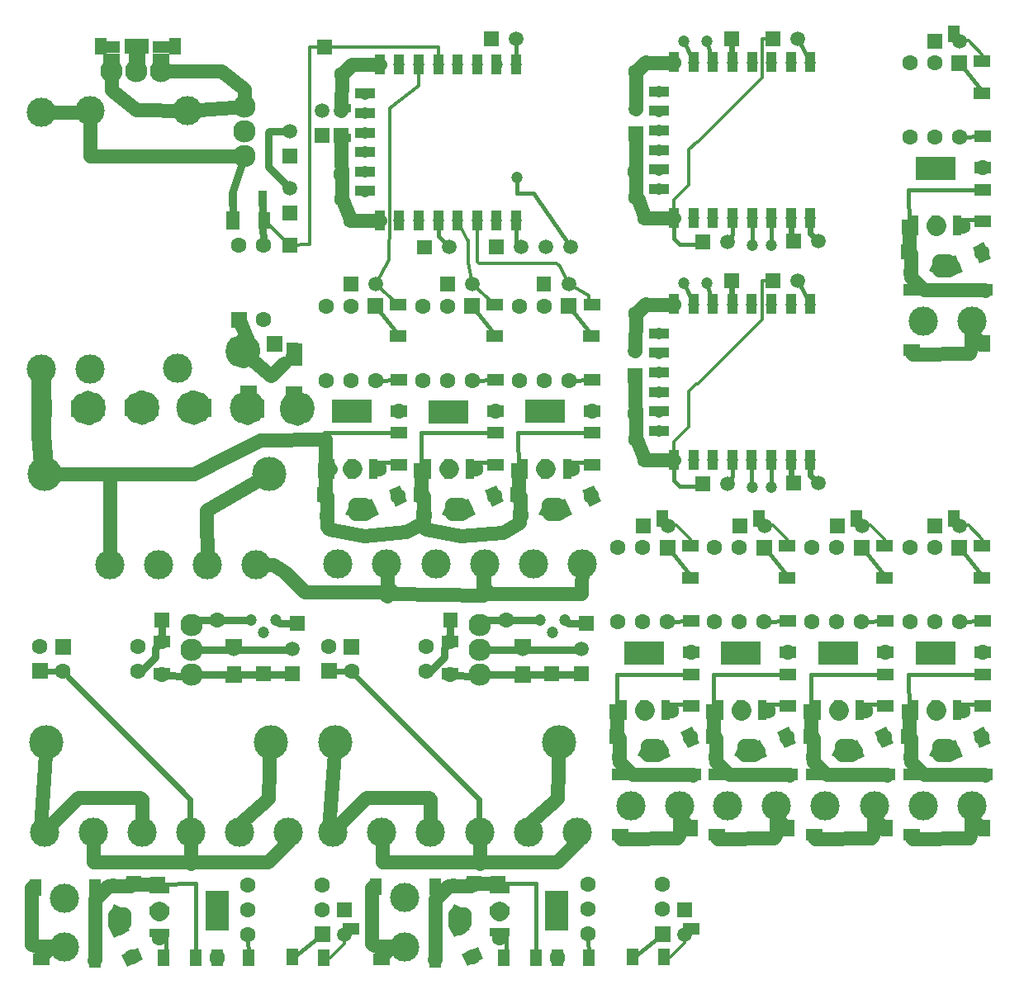
<source format=gbr>
%FSLAX34Y34*%
%MOMM*%
%LNCOPPER_TOP*%
G71*
G01*
%ADD10C, 3.500*%
%ADD11C, 3.000*%
%ADD12C, 2.300*%
%ADD13C, 1.400*%
%ADD14C, 1.450*%
%ADD15C, 2.000*%
%ADD16C, 1.600*%
%ADD17R, 1.300X1.800*%
%ADD18C, 1.600*%
%ADD19C, 1.800*%
%ADD20R, 1.800X1.300*%
%ADD21R, 0.870X1.600*%
%ADD22R, 1.050X2.000*%
%ADD23R, 2.000X1.000*%
%ADD24R, 0.900X2.000*%
%ADD25R, 4.100X2.400*%
%ADD26C, 1.600*%
%ADD27R, 1.500X1.600*%
%ADD28R, 1.600X1.600*%
%ADD29C, 0.400*%
%ADD30C, 0.800*%
%ADD31C, 0.300*%
%ADD32C, 1.200*%
%ADD33C, 1.520*%
%ADD34R, 1.600X0.870*%
%ADD35C, 0.600*%
%ADD36R, 2.000X0.900*%
%ADD37R, 2.400X4.100*%
%ADD38R, 1.600X1.500*%
%ADD39C, 1.200*%
%LPD*%
X24000Y535500D02*
G54D10*
D03*
X254000Y535500D02*
G54D10*
D03*
X70492Y907800D02*
G54D11*
D03*
X170492Y907800D02*
G54D11*
D03*
X20492Y642800D02*
G54D11*
D03*
X70492Y642800D02*
G54D11*
D03*
X24000Y535500D02*
G54D10*
D03*
X254000Y535500D02*
G54D10*
D03*
X24000Y535500D02*
G54D10*
D03*
X254000Y535500D02*
G54D10*
D03*
X229092Y912000D02*
G54D12*
D03*
X229092Y886600D02*
G54D12*
D03*
X229092Y861200D02*
G54D12*
D03*
X229092Y912000D02*
G54D12*
D03*
X229092Y886600D02*
G54D12*
D03*
X229092Y861200D02*
G54D12*
D03*
G54D13*
X70492Y907800D02*
X70492Y861400D01*
X229092Y861200D01*
G54D14*
X170492Y907800D02*
X229092Y912000D01*
G54D15*
X24000Y535500D02*
X20900Y574300D01*
X20492Y642800D01*
X575000Y442800D02*
G54D11*
D03*
X525000Y442800D02*
G54D11*
D03*
X241000Y442300D02*
G54D11*
D03*
X191000Y442300D02*
G54D11*
D03*
G54D13*
X474000Y442800D02*
X474000Y419200D01*
X480800Y412400D01*
X574700Y412400D01*
X575000Y442800D01*
G36*
X215084Y685400D02*
X215084Y701400D01*
X231084Y701400D01*
X231084Y685400D01*
X215084Y685400D01*
G37*
X248584Y693400D02*
G54D16*
D03*
X223084Y769900D02*
G54D16*
D03*
X248584Y769900D02*
G54D16*
D03*
G36*
X210612Y804428D02*
X223612Y804428D01*
X223612Y786428D01*
X210612Y786428D01*
X210612Y804428D01*
G37*
X249612Y795328D02*
G54D17*
D03*
X234386Y668598D02*
G54D18*
D03*
G36*
X267786Y660598D02*
X251786Y660598D01*
X251786Y676598D01*
X267786Y676598D01*
X267786Y660598D01*
G37*
X475000Y442800D02*
G54D11*
D03*
X425000Y442800D02*
G54D11*
D03*
G36*
X18368Y611759D02*
X31368Y611759D01*
X31368Y593759D01*
X18368Y593759D01*
X18368Y611759D01*
G37*
X57368Y602659D02*
G54D17*
D03*
X134868Y603359D02*
G54D17*
D03*
G36*
X160868Y612259D02*
X173868Y612259D01*
X173868Y594259D01*
X160868Y594259D01*
X160868Y612259D01*
G37*
X79868Y603359D02*
G54D17*
D03*
X112368Y603259D02*
G54D17*
D03*
G54D19*
G75*
G01X77877Y603021D02*
G03X77877Y603021I-9000J0D01*
G01*
G54D19*
G75*
G01X132877Y603521D02*
G03X132877Y603521I-9000J0D01*
G01*
X20677Y602824D02*
G54D18*
D03*
G54D19*
G75*
G01X185877Y603521D02*
G03X185877Y603521I-9000J0D01*
G01*
G36*
X182048Y612159D02*
X195048Y612159D01*
X195048Y594159D01*
X182048Y594159D01*
X182048Y612159D01*
G37*
X221048Y603059D02*
G54D17*
D03*
X233544Y619749D02*
G54D20*
D03*
X233644Y652249D02*
G54D20*
D03*
G54D19*
G75*
G01X240877Y603321D02*
G03X240877Y603321I-9000J0D01*
G01*
G54D19*
G75*
G01X236379Y661458D02*
G03X236379Y661458I-9000J0D01*
G01*
G54D13*
X254000Y535500D02*
X190400Y498000D01*
X191000Y442300D01*
G54D13*
X170492Y907800D02*
X118000Y908800D01*
X93000Y928800D01*
X93000Y948800D01*
X160492Y643800D02*
G54D11*
D03*
X20692Y906500D02*
G54D11*
D03*
X143800Y948800D02*
G54D12*
D03*
X118400Y948800D02*
G54D12*
D03*
X93000Y948800D02*
G54D12*
D03*
X143800Y948800D02*
G54D12*
D03*
X118400Y948800D02*
G54D12*
D03*
X93000Y948800D02*
G54D12*
D03*
G54D13*
X143800Y948800D02*
X205492Y948800D01*
X228900Y930200D01*
X229092Y912000D01*
X92400Y960500D02*
G54D20*
D03*
X92400Y973300D02*
G54D20*
D03*
X118700Y960500D02*
G54D20*
D03*
X118700Y973300D02*
G54D20*
D03*
X143700Y960500D02*
G54D20*
D03*
X143700Y973300D02*
G54D20*
D03*
X80300Y974400D02*
G54D21*
D03*
X110700Y974400D02*
G54D21*
D03*
X126200Y974200D02*
G54D21*
D03*
X156600Y974200D02*
G54D21*
D03*
X81400Y974200D02*
G54D17*
D03*
X118700Y973300D02*
G54D17*
D03*
X158100Y974400D02*
G54D17*
D03*
X507600Y955500D02*
G54D22*
D03*
X487600Y955500D02*
G54D22*
D03*
X467600Y955500D02*
G54D22*
D03*
X447600Y955500D02*
G54D22*
D03*
X427600Y955500D02*
G54D22*
D03*
X407600Y955500D02*
G54D22*
D03*
X387600Y955500D02*
G54D22*
D03*
X367600Y955500D02*
G54D22*
D03*
X507600Y795500D02*
G54D22*
D03*
X487600Y795500D02*
G54D22*
D03*
X467600Y795500D02*
G54D22*
D03*
X447600Y795500D02*
G54D22*
D03*
X427600Y795500D02*
G54D22*
D03*
X407600Y795500D02*
G54D22*
D03*
X387600Y795500D02*
G54D22*
D03*
X367600Y795500D02*
G54D22*
D03*
X352600Y925500D02*
G54D23*
D03*
X352600Y905500D02*
G54D23*
D03*
X352600Y885500D02*
G54D23*
D03*
X352600Y865500D02*
G54D23*
D03*
X352600Y845500D02*
G54D23*
D03*
X352600Y825500D02*
G54D23*
D03*
X316918Y540672D02*
G54D24*
D03*
X339118Y540672D02*
G54D24*
D03*
X361418Y540672D02*
G54D24*
D03*
X339118Y599472D02*
G54D25*
D03*
G36*
X311682Y521330D02*
X319566Y517653D01*
X312804Y503152D01*
X304919Y506829D01*
X311682Y521330D01*
G37*
G36*
X339233Y508482D02*
X347118Y504806D01*
X340356Y490305D01*
X332471Y493981D01*
X339233Y508482D01*
G37*
G36*
X371200Y699600D02*
X355200Y699600D01*
X355200Y715600D01*
X371200Y715600D01*
X371200Y699600D01*
G37*
X337800Y707600D02*
G54D26*
D03*
X312400Y707600D02*
G54D26*
D03*
X312400Y631400D02*
G54D26*
D03*
X337800Y631400D02*
G54D26*
D03*
X363200Y631400D02*
G54D26*
D03*
X387122Y599900D02*
G54D20*
D03*
X387221Y632400D02*
G54D20*
D03*
X387281Y577644D02*
G54D20*
D03*
X387182Y545144D02*
G54D20*
D03*
G36*
X347215Y504661D02*
X358997Y510156D01*
X366604Y493842D01*
X354822Y488348D01*
X347215Y504661D01*
G37*
G36*
X376713Y518306D02*
X388495Y523800D01*
X396102Y507486D01*
X384320Y501992D01*
X376713Y518306D01*
G37*
X310980Y514259D02*
G54D27*
D03*
X338231Y539436D02*
G54D18*
D03*
X311646Y538911D02*
G54D18*
D03*
X313743Y510842D02*
G54D18*
D03*
X386509Y512896D02*
G54D18*
D03*
X311546Y538911D02*
G54D28*
D03*
G54D15*
X339714Y540453D02*
X339909Y540626D01*
X367231Y540436D02*
G54D18*
D03*
G54D29*
X360618Y547172D02*
X385153Y547172D01*
X387182Y545144D01*
G54D29*
X387281Y577644D02*
X311465Y577544D01*
X311321Y577500D01*
X311546Y538911D01*
X311646Y538911D01*
G54D29*
X387221Y632400D02*
X363603Y631400D01*
X386775Y709229D02*
G54D20*
D03*
X386675Y676729D02*
G54D20*
D03*
X387122Y599900D02*
G54D18*
D03*
G54D29*
X386675Y676729D02*
X386675Y678928D01*
X363603Y707600D01*
X375000Y442800D02*
G54D11*
D03*
X325000Y442800D02*
G54D11*
D03*
G54D13*
X342800Y495100D02*
X352757Y495100D01*
X356909Y499252D01*
X347448Y499252D01*
X342300Y504400D01*
X351761Y504400D01*
X356909Y499252D01*
X415943Y540543D02*
G54D24*
D03*
X438143Y540543D02*
G54D24*
D03*
X460443Y540543D02*
G54D24*
D03*
X438143Y599343D02*
G54D25*
D03*
G36*
X410707Y521203D02*
X418591Y517526D01*
X411829Y503026D01*
X403944Y506703D01*
X410707Y521203D01*
G37*
G36*
X438258Y508355D02*
X446143Y504679D01*
X439382Y490177D01*
X431497Y493854D01*
X438258Y508355D01*
G37*
G36*
X470225Y699471D02*
X454225Y699471D01*
X454225Y715471D01*
X470225Y715471D01*
X470225Y699471D01*
G37*
X436825Y707471D02*
G54D26*
D03*
X411425Y707471D02*
G54D26*
D03*
X411425Y631271D02*
G54D26*
D03*
X436825Y631271D02*
G54D26*
D03*
X462225Y631271D02*
G54D26*
D03*
X486147Y599771D02*
G54D20*
D03*
X486246Y632271D02*
G54D20*
D03*
X486306Y577515D02*
G54D20*
D03*
X486206Y545015D02*
G54D20*
D03*
G36*
X446240Y504533D02*
X458022Y510027D01*
X465629Y493713D01*
X453847Y488219D01*
X446240Y504533D01*
G37*
G36*
X475737Y518177D02*
X487519Y523671D01*
X495126Y507358D01*
X483344Y501864D01*
X475737Y518177D01*
G37*
X410004Y514130D02*
G54D27*
D03*
X437256Y539307D02*
G54D18*
D03*
X410671Y538783D02*
G54D18*
D03*
X412768Y510713D02*
G54D18*
D03*
X485534Y512768D02*
G54D18*
D03*
X410571Y538783D02*
G54D28*
D03*
G54D15*
X438739Y540324D02*
X438934Y540497D01*
X466256Y540307D02*
G54D18*
D03*
G54D29*
X459643Y547043D02*
X484178Y547043D01*
X486206Y545015D01*
G54D29*
X486306Y577515D02*
X410490Y577415D01*
X410346Y577371D01*
X410571Y538783D01*
X410671Y538783D01*
G54D29*
X486246Y632271D02*
X462628Y631271D01*
X485800Y709100D02*
G54D20*
D03*
X485700Y676600D02*
G54D20*
D03*
X486147Y599771D02*
G54D18*
D03*
G54D29*
X485700Y676600D02*
X485700Y678799D01*
X462628Y707471D01*
G54D13*
X441825Y494971D02*
X451782Y494971D01*
X455934Y499123D01*
X446473Y499123D01*
X441325Y504271D01*
X450786Y504271D01*
X455934Y499123D01*
X515143Y540643D02*
G54D24*
D03*
X537343Y540643D02*
G54D24*
D03*
X559643Y540643D02*
G54D24*
D03*
X537343Y599443D02*
G54D25*
D03*
G36*
X509907Y521302D02*
X517791Y517625D01*
X511029Y503124D01*
X503144Y506801D01*
X509907Y521302D01*
G37*
G36*
X537458Y508454D02*
X545343Y504778D01*
X538581Y490276D01*
X530696Y493953D01*
X537458Y508454D01*
G37*
G36*
X569425Y699571D02*
X553425Y699571D01*
X553425Y715571D01*
X569425Y715571D01*
X569425Y699571D01*
G37*
X536025Y707571D02*
G54D26*
D03*
X510625Y707571D02*
G54D26*
D03*
X510625Y631371D02*
G54D26*
D03*
X536025Y631371D02*
G54D26*
D03*
X561425Y631371D02*
G54D26*
D03*
X585347Y599871D02*
G54D20*
D03*
X585446Y632371D02*
G54D20*
D03*
X585506Y577615D02*
G54D20*
D03*
X585406Y545115D02*
G54D20*
D03*
G36*
X545440Y504633D02*
X557222Y510127D01*
X564829Y493813D01*
X553047Y488319D01*
X545440Y504633D01*
G37*
G36*
X574937Y518277D02*
X586719Y523771D01*
X594326Y507458D01*
X582544Y501964D01*
X574937Y518277D01*
G37*
X509204Y514230D02*
G54D27*
D03*
X536456Y539407D02*
G54D18*
D03*
X509871Y538883D02*
G54D18*
D03*
X511968Y510813D02*
G54D18*
D03*
X584734Y512868D02*
G54D18*
D03*
X509771Y538883D02*
G54D28*
D03*
G54D15*
X537939Y540424D02*
X538134Y540597D01*
X565456Y540407D02*
G54D18*
D03*
G54D29*
X558843Y547143D02*
X583378Y547143D01*
X585406Y545115D01*
G54D29*
X585506Y577615D02*
X509690Y577515D01*
X509546Y577471D01*
X509771Y538883D01*
X509871Y538883D01*
G54D29*
X585446Y632371D02*
X561828Y631371D01*
X585000Y709200D02*
G54D20*
D03*
X584900Y676700D02*
G54D20*
D03*
X585347Y599871D02*
G54D18*
D03*
G54D29*
X584900Y676700D02*
X584900Y678899D01*
X561828Y707571D01*
G54D13*
X541025Y495071D02*
X550982Y495071D01*
X555134Y499223D01*
X545673Y499223D01*
X540525Y504371D01*
X549986Y504371D01*
X555134Y499223D01*
G54D13*
X24000Y535500D02*
X177300Y535500D01*
X213100Y554500D01*
X244900Y570600D01*
X311800Y570700D01*
G54D13*
X311800Y570700D02*
X311800Y545790D01*
X316918Y540672D01*
G54D13*
X311546Y538911D02*
X311546Y513039D01*
X313743Y510842D01*
G54D13*
X410571Y538783D02*
X410571Y512910D01*
X412768Y510713D01*
G54D13*
X509871Y538883D02*
X509871Y513010D01*
X512068Y510813D01*
G54D13*
X375300Y443200D02*
X375300Y419600D01*
X382100Y412800D01*
X473800Y411100D01*
X475000Y442800D01*
G54D13*
X241000Y442300D02*
X258200Y442300D01*
X270400Y435100D01*
X270400Y435000D01*
X290800Y414600D01*
X371100Y414600D01*
X375100Y410600D01*
X375100Y442700D01*
X375000Y442800D01*
G54D13*
X234386Y668598D02*
X223486Y692998D01*
X223084Y693400D01*
G54D30*
X248584Y769900D02*
X247584Y793300D01*
X247589Y817486D01*
G54D30*
X217112Y795428D02*
X216789Y825586D01*
X229012Y861119D01*
X229092Y861200D01*
G54D31*
X467600Y795500D02*
X467600Y752800D01*
X469000Y751400D01*
X548600Y751400D01*
X550700Y749300D01*
X551400Y749300D01*
X561300Y730000D01*
X582000Y718700D01*
X582000Y712200D01*
X585000Y709200D01*
G54D31*
X447600Y795500D02*
X457900Y775300D01*
X458100Y775300D01*
X458100Y751900D01*
X462400Y730000D01*
X485800Y709100D01*
X217189Y817486D02*
G54D21*
D03*
G36*
X243239Y825486D02*
X251939Y825486D01*
X251940Y809486D01*
X243240Y809486D01*
X243239Y825486D01*
G37*
G54D13*
X20692Y906500D02*
X69192Y906500D01*
X70492Y907800D01*
G54D31*
X407639Y955295D02*
X407500Y933200D01*
X378000Y910400D01*
X378000Y780300D01*
X376900Y771900D01*
X376900Y754400D01*
X363300Y730000D01*
X386775Y709229D01*
G54D31*
X249612Y795328D02*
X275400Y770100D01*
X295772Y770728D01*
X295800Y770900D01*
X296100Y973200D01*
X311000Y973200D01*
X427600Y973300D01*
X427600Y955500D01*
X428000Y961900D01*
X427600Y962500D01*
G54D13*
X328222Y882509D02*
X328832Y817078D01*
X330711Y815200D01*
X330711Y814200D01*
X338000Y795600D01*
X367600Y795500D01*
X328922Y945322D02*
G54D18*
D03*
X328832Y817078D02*
G54D18*
D03*
X507639Y955295D02*
G54D32*
D03*
X487639Y955295D02*
G54D32*
D03*
X467639Y955295D02*
G54D32*
D03*
X447639Y955295D02*
G54D32*
D03*
X427639Y955295D02*
G54D32*
D03*
X407639Y955295D02*
G54D32*
D03*
X387639Y955295D02*
G54D32*
D03*
X367639Y955295D02*
G54D32*
D03*
X352639Y925295D02*
G54D32*
D03*
X352639Y905295D02*
G54D32*
D03*
X352639Y885295D02*
G54D32*
D03*
X352639Y865295D02*
G54D32*
D03*
X352639Y845295D02*
G54D32*
D03*
X352639Y825295D02*
G54D32*
D03*
X367600Y795500D02*
G54D32*
D03*
X387600Y795500D02*
G54D32*
D03*
X407600Y795500D02*
G54D32*
D03*
X427600Y795500D02*
G54D32*
D03*
X447600Y795500D02*
G54D32*
D03*
X467600Y795500D02*
G54D32*
D03*
X487600Y795500D02*
G54D32*
D03*
X507600Y795500D02*
G54D32*
D03*
X338000Y795600D02*
G54D18*
D03*
G54D13*
X328222Y907909D02*
X328922Y945322D01*
X338822Y955643D01*
X338800Y955200D01*
X367300Y955200D01*
X367600Y955500D01*
G54D13*
X313743Y510842D02*
X313743Y481057D01*
X316000Y478800D01*
X352000Y471800D01*
X394000Y475800D01*
X395000Y475800D01*
X412000Y485945D01*
X412768Y510713D01*
G54D13*
X412768Y510713D02*
X412768Y480928D01*
X415025Y478671D01*
X451025Y471671D01*
X493025Y475671D01*
X494025Y475671D01*
X511025Y485816D01*
X511793Y510584D01*
G36*
X236648Y611359D02*
X249648Y611359D01*
X249648Y593359D01*
X236648Y593359D01*
X236648Y611359D01*
G37*
X275648Y602259D02*
G54D17*
D03*
G54D19*
G75*
G01X292057Y602521D02*
G03X292057Y602521I-9000J0D01*
G01*
X279544Y619649D02*
G54D20*
D03*
X279644Y652149D02*
G54D20*
D03*
G54D13*
X269544Y648549D02*
X256400Y636600D01*
X234888Y653949D01*
X227379Y661458D01*
X277900Y661300D02*
G54D17*
D03*
X281900Y661200D02*
G54D17*
D03*
X328122Y842878D02*
G54D18*
D03*
X313222Y492178D02*
G54D18*
D03*
X141000Y442300D02*
G54D11*
D03*
X91000Y442300D02*
G54D11*
D03*
G54D13*
X91000Y442300D02*
X91000Y535900D01*
X413522Y492878D02*
G54D18*
D03*
X512322Y493278D02*
G54D18*
D03*
G36*
X267800Y795600D02*
X267800Y810800D01*
X283000Y810800D01*
X283000Y795600D01*
X267800Y795600D01*
G37*
X275400Y828600D02*
G54D33*
D03*
G36*
X267800Y777700D02*
X283000Y777700D01*
X283000Y762500D01*
X267800Y762500D01*
X267800Y777700D01*
G37*
G36*
X268000Y853800D02*
X268000Y869000D01*
X283200Y869000D01*
X283200Y853800D01*
X268000Y853800D01*
G37*
X275600Y886800D02*
G54D33*
D03*
G54D30*
X275600Y886800D02*
X254200Y886800D01*
X253400Y886000D01*
X253400Y850400D01*
X253300Y850500D01*
X275400Y828600D01*
G36*
X303400Y980800D02*
X318600Y980800D01*
X318600Y965600D01*
X303400Y965600D01*
X303400Y980800D01*
G37*
G36*
X301000Y874900D02*
X301000Y890100D01*
X316200Y890100D01*
X316200Y874900D01*
X301000Y874900D01*
G37*
X308600Y907900D02*
G54D33*
D03*
X330522Y910509D02*
G54D34*
D03*
X330522Y880109D02*
G54D34*
D03*
G36*
X320622Y874909D02*
X320622Y890109D01*
X335822Y890109D01*
X335822Y874909D01*
X320622Y874909D01*
G37*
X328222Y907909D02*
G54D33*
D03*
G36*
X474600Y989400D02*
X489800Y989400D01*
X489800Y974200D01*
X474600Y974200D01*
X474600Y989400D01*
G37*
X507600Y981800D02*
G54D33*
D03*
G36*
X330300Y737600D02*
X345500Y737600D01*
X345500Y722400D01*
X330300Y722400D01*
X330300Y737600D01*
G37*
X363300Y730000D02*
G54D33*
D03*
G36*
X429400Y737600D02*
X444600Y737600D01*
X444600Y722400D01*
X429400Y722400D01*
X429400Y737600D01*
G37*
X462400Y730000D02*
G54D33*
D03*
G36*
X528300Y737600D02*
X543500Y737600D01*
X543500Y722400D01*
X528300Y722400D01*
X528300Y737600D01*
G37*
X561300Y730000D02*
G54D33*
D03*
G36*
X406200Y775500D02*
X421400Y775500D01*
X421400Y760300D01*
X406200Y760300D01*
X406200Y775500D01*
G37*
X439200Y767900D02*
G54D33*
D03*
G54D29*
X427600Y795500D02*
X427600Y779500D01*
X439200Y767900D01*
G36*
X479700Y775800D02*
X494900Y775800D01*
X494900Y760600D01*
X479700Y760600D01*
X479700Y775800D01*
G37*
X512700Y768200D02*
G54D33*
D03*
X538100Y768200D02*
G54D33*
D03*
X563500Y768200D02*
G54D33*
D03*
G54D29*
X507600Y795500D02*
X507600Y773300D01*
X512700Y768200D01*
G54D29*
X508301Y839501D02*
X508301Y823399D01*
X525300Y823400D01*
X563500Y768200D01*
G54D29*
X507600Y955500D02*
X507600Y981800D01*
X508301Y839501D02*
G54D32*
D03*
X809300Y957600D02*
G54D22*
D03*
X789300Y957600D02*
G54D22*
D03*
X769300Y957600D02*
G54D22*
D03*
X749300Y957600D02*
G54D22*
D03*
X729300Y957600D02*
G54D22*
D03*
X709300Y957600D02*
G54D22*
D03*
X689300Y957600D02*
G54D22*
D03*
X669300Y957600D02*
G54D22*
D03*
X809300Y797600D02*
G54D22*
D03*
X789300Y797600D02*
G54D22*
D03*
X769300Y797600D02*
G54D22*
D03*
X749300Y797600D02*
G54D22*
D03*
X729300Y797600D02*
G54D22*
D03*
X709300Y797600D02*
G54D22*
D03*
X689300Y797600D02*
G54D22*
D03*
X669300Y797600D02*
G54D22*
D03*
X654300Y927600D02*
G54D23*
D03*
X654300Y907600D02*
G54D23*
D03*
X654300Y887600D02*
G54D23*
D03*
X654300Y867600D02*
G54D23*
D03*
X654300Y847600D02*
G54D23*
D03*
X654300Y827600D02*
G54D23*
D03*
G54D13*
X629922Y884609D02*
X630532Y819178D01*
X632410Y817300D01*
X632410Y816300D01*
X639700Y797700D01*
X669300Y797600D01*
X630622Y947422D02*
G54D18*
D03*
X630532Y819178D02*
G54D18*
D03*
X809339Y957395D02*
G54D32*
D03*
X789339Y957395D02*
G54D32*
D03*
X769339Y957395D02*
G54D32*
D03*
X749339Y957395D02*
G54D32*
D03*
X729339Y957395D02*
G54D32*
D03*
X709339Y957395D02*
G54D32*
D03*
X689339Y957395D02*
G54D32*
D03*
X669339Y957395D02*
G54D32*
D03*
X654339Y927395D02*
G54D32*
D03*
X654339Y907395D02*
G54D32*
D03*
X654339Y887395D02*
G54D32*
D03*
X654339Y867395D02*
G54D32*
D03*
X654339Y847395D02*
G54D32*
D03*
X654339Y827395D02*
G54D32*
D03*
X669300Y797600D02*
G54D32*
D03*
X689300Y797600D02*
G54D32*
D03*
X709300Y797600D02*
G54D32*
D03*
X729300Y797600D02*
G54D32*
D03*
X749300Y797600D02*
G54D32*
D03*
X769300Y797600D02*
G54D32*
D03*
X789300Y797600D02*
G54D32*
D03*
X809300Y797600D02*
G54D32*
D03*
X639700Y797700D02*
G54D18*
D03*
G54D13*
X629922Y910009D02*
X630622Y947422D01*
X640522Y957743D01*
X640500Y957300D01*
X669000Y957300D01*
X669300Y957600D01*
X629822Y844978D02*
G54D18*
D03*
G36*
X736216Y974095D02*
X721016Y974095D01*
X721016Y989295D01*
X736216Y989295D01*
X736216Y974095D01*
G37*
G36*
X622322Y877009D02*
X622322Y892209D01*
X637522Y892209D01*
X637522Y877009D01*
X622322Y877009D01*
G37*
X629922Y910009D02*
G54D33*
D03*
G36*
X763300Y989500D02*
X778500Y989500D01*
X778500Y974300D01*
X763300Y974300D01*
X763300Y989500D01*
G37*
X796300Y981900D02*
G54D33*
D03*
G36*
X691500Y781200D02*
X706700Y781200D01*
X706700Y766000D01*
X691500Y766000D01*
X691500Y781200D01*
G37*
X724500Y773600D02*
G54D33*
D03*
G54D29*
X729300Y797200D02*
X729300Y781200D01*
X724500Y773600D01*
G54D29*
X809300Y957600D02*
X796300Y981900D01*
X703239Y979195D02*
G54D32*
D03*
X679239Y979195D02*
G54D32*
D03*
G54D29*
X689300Y957600D02*
X679300Y979134D01*
X679239Y979195D01*
X749400Y770100D02*
G54D32*
D03*
X769400Y770100D02*
G54D32*
D03*
G54D29*
X749300Y797600D02*
X749300Y770200D01*
X749400Y770100D01*
G54D29*
X769300Y797600D02*
X769300Y770200D01*
X769400Y770100D01*
G54D29*
X709300Y957600D02*
X703300Y979134D01*
X703239Y979195D01*
G54D35*
X728616Y981695D02*
X728616Y958283D01*
X729300Y957600D01*
G36*
X784300Y781500D02*
X799500Y781500D01*
X799500Y766300D01*
X784300Y766300D01*
X784300Y781500D01*
G37*
X817300Y773900D02*
G54D33*
D03*
G54D35*
X789300Y797600D02*
X789300Y776500D01*
X791900Y773900D01*
G54D35*
X809300Y797600D02*
X809300Y781900D01*
X817300Y773900D01*
G54D29*
X669300Y797600D02*
X669300Y776539D01*
X675212Y770628D01*
X696128Y770628D01*
X699100Y773600D01*
G54D31*
X669300Y797600D02*
X669300Y816700D01*
X684600Y832000D01*
X684600Y868000D01*
X692600Y876000D01*
X693600Y876000D01*
X759600Y942000D01*
X759600Y982000D01*
X770800Y982000D01*
X770900Y981900D01*
X809200Y709600D02*
G54D22*
D03*
X789200Y709600D02*
G54D22*
D03*
X769200Y709600D02*
G54D22*
D03*
X749200Y709600D02*
G54D22*
D03*
X729200Y709600D02*
G54D22*
D03*
X709200Y709600D02*
G54D22*
D03*
X689200Y709600D02*
G54D22*
D03*
X669200Y709600D02*
G54D22*
D03*
X809200Y549600D02*
G54D22*
D03*
X789200Y549600D02*
G54D22*
D03*
X769200Y549600D02*
G54D22*
D03*
X749200Y549600D02*
G54D22*
D03*
X729200Y549600D02*
G54D22*
D03*
X709200Y549600D02*
G54D22*
D03*
X689200Y549600D02*
G54D22*
D03*
X669200Y549600D02*
G54D22*
D03*
X654200Y679600D02*
G54D23*
D03*
X654200Y659600D02*
G54D23*
D03*
X654200Y639600D02*
G54D23*
D03*
X654200Y619600D02*
G54D23*
D03*
X654200Y599600D02*
G54D23*
D03*
X654200Y579600D02*
G54D23*
D03*
G54D13*
X629822Y636609D02*
X630432Y571178D01*
X632310Y569300D01*
X632310Y568300D01*
X639600Y549700D01*
X669200Y549600D01*
X630522Y699422D02*
G54D18*
D03*
X630432Y571178D02*
G54D18*
D03*
X809239Y709395D02*
G54D32*
D03*
X789239Y709395D02*
G54D32*
D03*
X769239Y709395D02*
G54D32*
D03*
X749239Y709395D02*
G54D32*
D03*
X729239Y709395D02*
G54D32*
D03*
X709239Y709395D02*
G54D32*
D03*
X689239Y709395D02*
G54D32*
D03*
X669239Y709395D02*
G54D32*
D03*
X654239Y679395D02*
G54D32*
D03*
X654239Y659395D02*
G54D32*
D03*
X654239Y639395D02*
G54D32*
D03*
X654239Y619395D02*
G54D32*
D03*
X654239Y599395D02*
G54D32*
D03*
X654239Y579395D02*
G54D32*
D03*
X669200Y549600D02*
G54D32*
D03*
X689200Y549600D02*
G54D32*
D03*
X709200Y549600D02*
G54D32*
D03*
X729200Y549600D02*
G54D32*
D03*
X749200Y549600D02*
G54D32*
D03*
X769200Y549600D02*
G54D32*
D03*
X789200Y549600D02*
G54D32*
D03*
X809200Y549600D02*
G54D32*
D03*
X639600Y549700D02*
G54D18*
D03*
G54D13*
X629822Y662009D02*
X630522Y699422D01*
X640422Y709743D01*
X640400Y709300D01*
X668900Y709300D01*
X669200Y709600D01*
X629722Y596978D02*
G54D18*
D03*
G36*
X736116Y726095D02*
X720916Y726095D01*
X720916Y741295D01*
X736116Y741295D01*
X736116Y726095D01*
G37*
G36*
X622222Y629009D02*
X622222Y644209D01*
X637422Y644209D01*
X637422Y629009D01*
X622222Y629009D01*
G37*
X629822Y662009D02*
G54D33*
D03*
G36*
X763200Y741500D02*
X778400Y741500D01*
X778400Y726300D01*
X763200Y726300D01*
X763200Y741500D01*
G37*
X796200Y733900D02*
G54D33*
D03*
G36*
X691400Y533200D02*
X706600Y533200D01*
X706600Y518000D01*
X691400Y518000D01*
X691400Y533200D01*
G37*
X724400Y525600D02*
G54D33*
D03*
G54D29*
X729200Y549200D02*
X729200Y533200D01*
X724400Y525600D01*
G54D29*
X809200Y709600D02*
X796200Y733900D01*
X703139Y731195D02*
G54D32*
D03*
X679139Y731195D02*
G54D32*
D03*
G54D29*
X689200Y709600D02*
X679200Y731134D01*
X679139Y731195D01*
X749300Y522100D02*
G54D32*
D03*
X769300Y522100D02*
G54D32*
D03*
G54D29*
X749200Y549600D02*
X749200Y522200D01*
X749300Y522100D01*
G54D29*
X769200Y549600D02*
X769200Y522200D01*
X769300Y522100D01*
G54D29*
X709200Y709600D02*
X703200Y731134D01*
X703139Y731195D01*
G54D35*
X728516Y733695D02*
X728516Y710283D01*
X729200Y709600D01*
G36*
X784200Y533500D02*
X799400Y533500D01*
X799400Y518300D01*
X784200Y518300D01*
X784200Y533500D01*
G37*
X817200Y525900D02*
G54D33*
D03*
G54D35*
X789200Y549600D02*
X789200Y528500D01*
X791800Y525900D01*
G54D35*
X809200Y549600D02*
X809200Y533900D01*
X817200Y525900D01*
G54D29*
X669200Y549600D02*
X669200Y528539D01*
X675112Y522628D01*
X696028Y522628D01*
X699000Y525600D01*
G54D31*
X669200Y549600D02*
X669200Y568700D01*
X684500Y584000D01*
X684500Y620000D01*
X692500Y628000D01*
X693500Y628000D01*
X759500Y694000D01*
X759500Y734000D01*
X770700Y734000D01*
X770800Y733900D01*
X392882Y50736D02*
G54D11*
D03*
X392882Y100736D02*
G54D11*
D03*
X490625Y109792D02*
G54D36*
D03*
X490625Y87592D02*
G54D36*
D03*
X490625Y65292D02*
G54D36*
D03*
X549425Y87592D02*
G54D37*
D03*
G36*
X471285Y115029D02*
X467608Y107145D01*
X453107Y113907D01*
X456784Y121791D01*
X471285Y115029D01*
G37*
G36*
X458437Y87478D02*
X454760Y79593D01*
X440259Y86354D01*
X443936Y94239D01*
X458437Y87478D01*
G37*
G36*
X649553Y55511D02*
X649553Y71511D01*
X665553Y71511D01*
X665553Y55511D01*
X649553Y55511D01*
G37*
X657553Y88911D02*
G54D26*
D03*
X657553Y114311D02*
G54D26*
D03*
X581353Y114311D02*
G54D26*
D03*
X581353Y88911D02*
G54D26*
D03*
X581353Y63511D02*
G54D26*
D03*
X549853Y39590D02*
G54D17*
D03*
X582353Y39490D02*
G54D17*
D03*
X527597Y39430D02*
G54D17*
D03*
X495097Y39530D02*
G54D17*
D03*
G36*
X454615Y79496D02*
X460109Y67714D01*
X443795Y60107D01*
X438301Y71890D01*
X454615Y79496D01*
G37*
G36*
X468259Y49999D02*
X473753Y38217D01*
X457440Y30610D01*
X451945Y42392D01*
X468259Y49999D01*
G37*
X464212Y115732D02*
G54D38*
D03*
X489389Y88480D02*
G54D18*
D03*
X488864Y115066D02*
G54D18*
D03*
X460795Y112968D02*
G54D18*
D03*
X462849Y40202D02*
G54D18*
D03*
X488864Y115166D02*
G54D28*
D03*
G54D15*
X490406Y86997D02*
X490579Y86802D01*
X490389Y59480D02*
G54D18*
D03*
G54D29*
X497125Y66092D02*
X497125Y41558D01*
X495097Y39530D01*
G54D29*
X527597Y39430D02*
X527497Y115246D01*
X527453Y115390D01*
X488864Y115166D01*
X488864Y115066D01*
G54D29*
X582353Y39490D02*
X581353Y63108D01*
X659182Y39936D02*
G54D17*
D03*
X626682Y40036D02*
G54D17*
D03*
X549853Y39590D02*
G54D18*
D03*
G54D29*
X626682Y40036D02*
X628881Y40036D01*
X657553Y63108D01*
G54D13*
X445053Y83911D02*
X445053Y73954D01*
X449205Y69802D01*
X449205Y79263D01*
X454353Y84411D01*
X454353Y74950D01*
X449205Y69802D01*
G54D13*
X488864Y115166D02*
X462992Y115166D01*
X460795Y112968D01*
X442960Y113014D02*
G54D18*
D03*
G36*
X687682Y96336D02*
X687682Y81136D01*
X672482Y81136D01*
X672482Y96336D01*
X687682Y96336D01*
G37*
X680082Y63336D02*
G54D33*
D03*
G54D13*
X392882Y50736D02*
X364782Y51036D01*
X359282Y53336D01*
X359182Y111136D01*
X361482Y113236D01*
G54D13*
X392882Y50736D02*
X379782Y51036D01*
X368782Y40036D01*
X369582Y38036D02*
G54D20*
D03*
G54D31*
X659182Y39936D02*
X665882Y39936D01*
X680182Y54236D01*
X680182Y65136D01*
X680082Y65236D01*
X686982Y68836D02*
G54D20*
D03*
G54D13*
X460795Y112968D02*
X443006Y112968D01*
X442960Y113014D01*
X437760Y113014D01*
X424482Y99736D01*
X424482Y37636D01*
X424082Y37236D01*
X424882Y111836D02*
G54D17*
D03*
X424482Y37636D02*
G54D17*
D03*
X363282Y111836D02*
G54D17*
D03*
X44082Y50536D02*
G54D11*
D03*
X44082Y100536D02*
G54D11*
D03*
X141825Y109592D02*
G54D36*
D03*
X141825Y87392D02*
G54D36*
D03*
X141825Y65092D02*
G54D36*
D03*
X200625Y87392D02*
G54D37*
D03*
G36*
X122485Y114829D02*
X118808Y106944D01*
X104307Y113706D01*
X107984Y121591D01*
X122485Y114829D01*
G37*
G36*
X109637Y87277D02*
X105960Y79392D01*
X91459Y86154D01*
X95136Y94039D01*
X109637Y87277D01*
G37*
G36*
X300753Y55311D02*
X300753Y71311D01*
X316753Y71311D01*
X316753Y55311D01*
X300753Y55311D01*
G37*
X308753Y88711D02*
G54D26*
D03*
X308753Y114111D02*
G54D26*
D03*
X232553Y114111D02*
G54D26*
D03*
X232553Y88711D02*
G54D26*
D03*
X232553Y63311D02*
G54D26*
D03*
X201053Y39390D02*
G54D17*
D03*
X233553Y39290D02*
G54D17*
D03*
X178797Y39230D02*
G54D17*
D03*
X146297Y39330D02*
G54D17*
D03*
G36*
X105814Y79296D02*
X111308Y67514D01*
X94995Y59907D01*
X89501Y71689D01*
X105814Y79296D01*
G37*
G36*
X119460Y49799D02*
X124954Y38016D01*
X108640Y30410D01*
X103146Y42193D01*
X119460Y49799D01*
G37*
X115412Y115532D02*
G54D38*
D03*
X140589Y88280D02*
G54D18*
D03*
X140064Y114866D02*
G54D18*
D03*
X111995Y112768D02*
G54D18*
D03*
X114049Y40002D02*
G54D18*
D03*
X140064Y114966D02*
G54D28*
D03*
G54D15*
X141606Y86797D02*
X141779Y86602D01*
X141589Y59280D02*
G54D18*
D03*
G54D29*
X148325Y65892D02*
X148325Y41358D01*
X146297Y39330D01*
G54D29*
X178797Y39230D02*
X178697Y115046D01*
X178653Y115190D01*
X140064Y114966D01*
X140064Y114866D01*
G54D29*
X233553Y39290D02*
X232553Y62908D01*
X310382Y39736D02*
G54D17*
D03*
X277882Y39836D02*
G54D17*
D03*
X201053Y39390D02*
G54D18*
D03*
G54D29*
X277882Y39836D02*
X280081Y39836D01*
X308753Y62908D01*
G54D13*
X96253Y83711D02*
X96253Y73754D01*
X100405Y69602D01*
X100405Y79063D01*
X105553Y84211D01*
X105553Y74750D01*
X100405Y69602D01*
G54D13*
X140064Y114966D02*
X114192Y114966D01*
X111995Y112768D01*
X94160Y112814D02*
G54D18*
D03*
G36*
X338882Y96136D02*
X338882Y80936D01*
X323682Y80936D01*
X323682Y96136D01*
X338882Y96136D01*
G37*
X331282Y63136D02*
G54D33*
D03*
G54D13*
X44082Y50536D02*
X15982Y50836D01*
X10482Y53136D01*
X10382Y110936D01*
X12682Y113036D01*
G54D13*
X44082Y50536D02*
X30982Y50836D01*
X19982Y39836D01*
X20782Y37836D02*
G54D20*
D03*
G54D31*
X310382Y39736D02*
X317082Y39736D01*
X331382Y54036D01*
X331382Y64936D01*
X331282Y65036D01*
X338182Y68636D02*
G54D20*
D03*
G54D13*
X111995Y112768D02*
X94206Y112768D01*
X94160Y112814D01*
X88960Y112814D01*
X75682Y99536D01*
X75682Y37436D01*
X75282Y37036D01*
X76082Y111636D02*
G54D17*
D03*
X75682Y37436D02*
G54D17*
D03*
X14482Y111636D02*
G54D17*
D03*
X974575Y692329D02*
G54D11*
D03*
X924575Y692329D02*
G54D11*
D03*
X915518Y790072D02*
G54D24*
D03*
X937718Y790072D02*
G54D24*
D03*
X960018Y790072D02*
G54D24*
D03*
X937718Y848872D02*
G54D25*
D03*
G36*
X910282Y770732D02*
X918166Y767055D01*
X911404Y752554D01*
X903519Y756231D01*
X910282Y770732D01*
G37*
G36*
X937833Y757884D02*
X945718Y754207D01*
X938957Y739706D01*
X931072Y743383D01*
X937833Y757884D01*
G37*
G36*
X969800Y949000D02*
X953800Y949000D01*
X953800Y965000D01*
X969800Y965000D01*
X969800Y949000D01*
G37*
X936400Y957000D02*
G54D26*
D03*
X911000Y957000D02*
G54D26*
D03*
X911000Y880800D02*
G54D26*
D03*
X936400Y880800D02*
G54D26*
D03*
X961800Y880800D02*
G54D26*
D03*
X985722Y849300D02*
G54D20*
D03*
X985821Y881800D02*
G54D20*
D03*
X985881Y827044D02*
G54D20*
D03*
X985781Y794544D02*
G54D20*
D03*
G36*
X945815Y754062D02*
X957597Y759556D01*
X965204Y743242D01*
X953422Y737748D01*
X945815Y754062D01*
G37*
G36*
X975312Y767706D02*
X987094Y773200D01*
X994701Y756886D01*
X982919Y751393D01*
X975312Y767706D01*
G37*
X909580Y763659D02*
G54D27*
D03*
X936831Y788836D02*
G54D18*
D03*
X910246Y788311D02*
G54D18*
D03*
X912343Y760242D02*
G54D18*
D03*
X985109Y762296D02*
G54D18*
D03*
X910146Y788311D02*
G54D28*
D03*
G54D15*
X938314Y789853D02*
X938509Y790026D01*
X965831Y789836D02*
G54D18*
D03*
G54D29*
X959218Y796572D02*
X983753Y796572D01*
X985782Y794544D01*
G54D29*
X985881Y827044D02*
X910065Y826944D01*
X909921Y826900D01*
X910146Y788311D01*
X910246Y788311D01*
G54D29*
X985821Y881800D02*
X962203Y880800D01*
X985375Y958629D02*
G54D20*
D03*
X985275Y926129D02*
G54D20*
D03*
X985722Y849300D02*
G54D18*
D03*
G54D29*
X985275Y926129D02*
X985275Y928328D01*
X962203Y957000D01*
G54D13*
X941400Y744500D02*
X951357Y744500D01*
X955509Y748652D01*
X946048Y748652D01*
X940900Y753800D01*
X950361Y753800D01*
X955509Y748652D01*
G54D13*
X910146Y788311D02*
X910146Y762439D01*
X912343Y760242D01*
X912297Y742407D02*
G54D18*
D03*
G36*
X928975Y987129D02*
X944175Y987129D01*
X944175Y971929D01*
X928975Y971929D01*
X928975Y987129D01*
G37*
X961975Y979529D02*
G54D33*
D03*
G54D13*
X974575Y692329D02*
X974275Y664229D01*
X971975Y658729D01*
X914175Y658629D01*
X912075Y660929D01*
G54D13*
X974575Y692329D02*
X974275Y679229D01*
X985275Y668229D01*
X987275Y669029D02*
G54D17*
D03*
G54D31*
X985375Y958629D02*
X985375Y965329D01*
X971075Y979629D01*
X960175Y979629D01*
X960075Y979529D01*
X956475Y986429D02*
G54D17*
D03*
G54D13*
X912343Y760242D02*
X912343Y742453D01*
X912297Y742407D01*
X912297Y737207D01*
X925575Y723929D01*
X987675Y723929D01*
X988075Y723529D01*
X913475Y724329D02*
G54D20*
D03*
X987675Y723929D02*
G54D20*
D03*
X913475Y662729D02*
G54D20*
D03*
X675575Y195329D02*
G54D11*
D03*
X625575Y195329D02*
G54D11*
D03*
X616518Y293072D02*
G54D24*
D03*
X638718Y293072D02*
G54D24*
D03*
X661018Y293072D02*
G54D24*
D03*
X638718Y351872D02*
G54D25*
D03*
G36*
X611282Y273732D02*
X619167Y270054D01*
X612404Y255554D01*
X604519Y259232D01*
X611282Y273732D01*
G37*
G36*
X638833Y260883D02*
X646718Y257207D01*
X639957Y242706D01*
X632072Y246382D01*
X638833Y260883D01*
G37*
G36*
X670800Y452000D02*
X654800Y452000D01*
X654800Y468000D01*
X670800Y468000D01*
X670800Y452000D01*
G37*
X637400Y460000D02*
G54D26*
D03*
X612000Y460000D02*
G54D26*
D03*
X612000Y383800D02*
G54D26*
D03*
X637400Y383800D02*
G54D26*
D03*
X662800Y383800D02*
G54D26*
D03*
X686722Y352300D02*
G54D20*
D03*
X686821Y384800D02*
G54D20*
D03*
X686881Y330044D02*
G54D20*
D03*
X686781Y297544D02*
G54D20*
D03*
G36*
X646815Y257062D02*
X658597Y262556D01*
X666204Y246242D01*
X654422Y240748D01*
X646815Y257062D01*
G37*
G36*
X676312Y270706D02*
X688095Y276200D01*
X695701Y259886D01*
X683919Y254393D01*
X676312Y270706D01*
G37*
X610580Y266659D02*
G54D27*
D03*
X637831Y291836D02*
G54D18*
D03*
X611246Y291311D02*
G54D18*
D03*
X613343Y263242D02*
G54D18*
D03*
X686109Y265296D02*
G54D18*
D03*
X611146Y291311D02*
G54D28*
D03*
G54D15*
X639314Y292853D02*
X639509Y293026D01*
X666831Y292836D02*
G54D18*
D03*
G54D29*
X660218Y299572D02*
X684753Y299572D01*
X686782Y297544D01*
G54D29*
X686881Y330044D02*
X611065Y329944D01*
X610921Y329900D01*
X611146Y291311D01*
X611246Y291311D01*
G54D29*
X686821Y384800D02*
X663203Y383800D01*
X686375Y461629D02*
G54D20*
D03*
X686275Y429129D02*
G54D20*
D03*
X686722Y352300D02*
G54D18*
D03*
G54D29*
X686275Y429129D02*
X686275Y431328D01*
X663203Y460000D01*
G54D13*
X642400Y247500D02*
X652357Y247500D01*
X656509Y251652D01*
X647048Y251652D01*
X641900Y256800D01*
X651361Y256800D01*
X656509Y251652D01*
G54D13*
X611146Y291311D02*
X611146Y265439D01*
X613343Y263242D01*
X613297Y245407D02*
G54D18*
D03*
G36*
X629975Y490129D02*
X645175Y490129D01*
X645175Y474929D01*
X629975Y474929D01*
X629975Y490129D01*
G37*
X662975Y482529D02*
G54D33*
D03*
G54D13*
X675575Y195329D02*
X675275Y167229D01*
X672975Y161729D01*
X615175Y161629D01*
X613075Y163929D01*
G54D13*
X675575Y195329D02*
X675275Y182229D01*
X686275Y171229D01*
X688275Y172029D02*
G54D17*
D03*
G54D31*
X686375Y461629D02*
X686375Y468329D01*
X672075Y482629D01*
X661175Y482629D01*
X661075Y482529D01*
X657475Y489429D02*
G54D17*
D03*
G54D13*
X613343Y263242D02*
X613343Y245453D01*
X613297Y245407D01*
X613297Y240207D01*
X626575Y226929D01*
X688675Y226929D01*
X689075Y226529D01*
X614475Y227329D02*
G54D20*
D03*
X688675Y226929D02*
G54D20*
D03*
X614475Y165729D02*
G54D20*
D03*
X25820Y260700D02*
G54D10*
D03*
X255820Y260700D02*
G54D10*
D03*
X25820Y260700D02*
G54D10*
D03*
X255820Y260700D02*
G54D10*
D03*
X25820Y260700D02*
G54D10*
D03*
X255820Y260700D02*
G54D10*
D03*
G36*
X34832Y366461D02*
X50832Y366461D01*
X50832Y350461D01*
X34832Y350461D01*
X34832Y366461D01*
G37*
X42832Y332961D02*
G54D16*
D03*
X119332Y358461D02*
G54D16*
D03*
X119332Y332961D02*
G54D16*
D03*
X19385Y358696D02*
G54D18*
D03*
G36*
X11385Y325296D02*
X11385Y341296D01*
X27385Y341296D01*
X27385Y325296D01*
X11385Y325296D01*
G37*
X201377Y385724D02*
G54D18*
D03*
X273880Y167700D02*
G54D11*
D03*
X223880Y167700D02*
G54D11*
D03*
X173880Y167700D02*
G54D11*
D03*
X123880Y167700D02*
G54D11*
D03*
X73900Y167700D02*
G54D11*
D03*
X23900Y167700D02*
G54D11*
D03*
G54D13*
X273880Y167700D02*
X273880Y158080D01*
X253000Y137200D01*
X175400Y137200D01*
X174100Y135900D01*
X174100Y167480D01*
X173880Y167700D01*
X173880Y138720D01*
X175400Y137200D01*
X74100Y137200D01*
X74100Y167500D01*
X73900Y167700D01*
G54D13*
X223880Y167700D02*
X223880Y176880D01*
X253900Y202900D01*
X255220Y260100D01*
X255820Y260700D01*
G54D13*
X25820Y260700D02*
X19500Y172100D01*
X23900Y167700D01*
G54D13*
X23900Y167700D02*
X23900Y169400D01*
X58400Y203900D01*
X121800Y203900D01*
X123800Y201900D01*
X123800Y167780D01*
X123880Y167700D01*
X144147Y363473D02*
G54D20*
D03*
X144047Y330973D02*
G54D20*
D03*
X174501Y380403D02*
G54D12*
D03*
X174501Y355003D02*
G54D12*
D03*
X174501Y329603D02*
G54D12*
D03*
X174501Y380403D02*
G54D12*
D03*
X174501Y355003D02*
G54D12*
D03*
X174501Y329603D02*
G54D12*
D03*
X144047Y329973D02*
G54D18*
D03*
G36*
X270771Y322879D02*
X270771Y338079D01*
X285971Y338079D01*
X285971Y322879D01*
X270771Y322879D01*
G37*
X278371Y355879D02*
G54D33*
D03*
G54D30*
X174501Y329603D02*
X277494Y329603D01*
X278371Y330479D01*
G54D30*
X174501Y355003D02*
X277494Y355003D01*
X278371Y355879D01*
G54D30*
X119332Y332961D02*
X123058Y332961D01*
X137500Y347403D01*
X137500Y356826D01*
X144147Y363473D01*
X144128Y385473D01*
X144206Y385395D01*
G36*
X210771Y322879D02*
X210771Y338079D01*
X225971Y338079D01*
X225971Y322879D01*
X210771Y322879D01*
G37*
X218371Y355879D02*
G54D33*
D03*
G36*
X136606Y392995D02*
X151806Y392995D01*
X151806Y377795D01*
X136606Y377795D01*
X136606Y392995D01*
G37*
X218371Y359879D02*
G54D20*
D03*
X218271Y327379D02*
G54D20*
D03*
X236100Y385550D02*
G54D39*
D03*
X248800Y372850D02*
G54D39*
D03*
X261500Y385550D02*
G54D39*
D03*
X236100Y385550D02*
G54D39*
D03*
X248800Y372850D02*
G54D39*
D03*
X261500Y385550D02*
G54D39*
D03*
X144147Y363473D02*
G54D18*
D03*
G54D30*
X144047Y329973D02*
X171871Y326973D01*
X174501Y329603D01*
G36*
X240606Y337995D02*
X255806Y337995D01*
X255806Y322795D01*
X240606Y322795D01*
X240606Y337995D01*
G37*
G36*
X275606Y389995D02*
X290806Y389995D01*
X290806Y374795D01*
X275606Y374795D01*
X275606Y389995D01*
G37*
G54D30*
X236100Y385550D02*
X179648Y385550D01*
X174501Y380403D01*
G54D30*
X283206Y382395D02*
X264655Y382395D01*
X261500Y385550D01*
G54D35*
X173500Y167000D02*
X173500Y202000D01*
X42500Y333000D01*
X18500Y333000D01*
X321820Y260700D02*
G54D10*
D03*
X551820Y260700D02*
G54D10*
D03*
X321820Y260700D02*
G54D10*
D03*
X551820Y260700D02*
G54D10*
D03*
X321820Y260700D02*
G54D10*
D03*
X551820Y260700D02*
G54D10*
D03*
G36*
X330832Y366461D02*
X346832Y366461D01*
X346832Y350461D01*
X330832Y350461D01*
X330832Y366461D01*
G37*
X338832Y332961D02*
G54D16*
D03*
X415332Y358461D02*
G54D16*
D03*
X415332Y332961D02*
G54D16*
D03*
X315385Y358696D02*
G54D18*
D03*
G36*
X307385Y325296D02*
X307385Y341296D01*
X323385Y341296D01*
X323385Y325296D01*
X307385Y325296D01*
G37*
X497377Y385724D02*
G54D18*
D03*
X569880Y167700D02*
G54D11*
D03*
X519880Y167700D02*
G54D11*
D03*
X469880Y167700D02*
G54D11*
D03*
X419880Y167700D02*
G54D11*
D03*
X369900Y167700D02*
G54D11*
D03*
X319900Y167700D02*
G54D11*
D03*
G54D13*
X569880Y167700D02*
X569880Y158080D01*
X549000Y137200D01*
X471400Y137200D01*
X470100Y135900D01*
X470100Y167480D01*
X469880Y167700D01*
X469880Y138720D01*
X471400Y137200D01*
X370100Y137200D01*
X370100Y167500D01*
X369900Y167700D01*
G54D13*
X519880Y167700D02*
X519880Y176880D01*
X549900Y202900D01*
X551220Y260100D01*
X551820Y260700D01*
G54D13*
X321820Y260700D02*
X315500Y172100D01*
X319900Y167700D01*
G54D13*
X319900Y167700D02*
X319900Y169400D01*
X354400Y203900D01*
X417800Y203900D01*
X419800Y201900D01*
X419800Y167780D01*
X419880Y167700D01*
X440147Y363473D02*
G54D20*
D03*
X440047Y330973D02*
G54D20*
D03*
X470501Y380403D02*
G54D12*
D03*
X470501Y355003D02*
G54D12*
D03*
X470501Y329603D02*
G54D12*
D03*
X470501Y380403D02*
G54D12*
D03*
X470501Y355003D02*
G54D12*
D03*
X470501Y329603D02*
G54D12*
D03*
X440047Y329973D02*
G54D18*
D03*
G36*
X566771Y322879D02*
X566771Y338079D01*
X581971Y338079D01*
X581971Y322879D01*
X566771Y322879D01*
G37*
X574371Y355879D02*
G54D33*
D03*
G54D30*
X470501Y329603D02*
X573494Y329603D01*
X574371Y330479D01*
G54D30*
X470501Y355003D02*
X573494Y355003D01*
X574371Y355879D01*
G54D30*
X415332Y332961D02*
X419058Y332961D01*
X433500Y347403D01*
X433500Y356826D01*
X440147Y363473D01*
X440128Y385473D01*
X440206Y385395D01*
G36*
X506771Y322879D02*
X506771Y338079D01*
X521971Y338079D01*
X521971Y322879D01*
X506771Y322879D01*
G37*
X514371Y355879D02*
G54D33*
D03*
G36*
X432606Y392995D02*
X447806Y392995D01*
X447806Y377795D01*
X432606Y377795D01*
X432606Y392995D01*
G37*
X514371Y359879D02*
G54D20*
D03*
X514271Y327379D02*
G54D20*
D03*
X532100Y385550D02*
G54D39*
D03*
X544800Y372850D02*
G54D39*
D03*
X557500Y385550D02*
G54D39*
D03*
X532100Y385550D02*
G54D39*
D03*
X544800Y372850D02*
G54D39*
D03*
X557500Y385550D02*
G54D39*
D03*
X440147Y363473D02*
G54D18*
D03*
G54D30*
X440047Y329973D02*
X467871Y326973D01*
X470501Y329603D01*
G36*
X536606Y337995D02*
X551806Y337995D01*
X551806Y322795D01*
X536606Y322795D01*
X536606Y337995D01*
G37*
G36*
X571606Y389995D02*
X586806Y389995D01*
X586806Y374795D01*
X571606Y374795D01*
X571606Y389995D01*
G37*
G54D30*
X532100Y385550D02*
X475648Y385550D01*
X470501Y380403D01*
G54D30*
X579206Y382395D02*
X560655Y382395D01*
X557500Y385550D01*
G54D35*
X469500Y167000D02*
X469500Y202000D01*
X338500Y333000D01*
X314500Y333000D01*
X774575Y195329D02*
G54D11*
D03*
X724575Y195329D02*
G54D11*
D03*
X715518Y293072D02*
G54D24*
D03*
X737718Y293072D02*
G54D24*
D03*
X760018Y293072D02*
G54D24*
D03*
X737718Y351872D02*
G54D25*
D03*
G36*
X710282Y273732D02*
X718167Y270054D01*
X711404Y255554D01*
X703519Y259232D01*
X710282Y273732D01*
G37*
G36*
X737833Y260883D02*
X745718Y257207D01*
X738957Y242706D01*
X731072Y246382D01*
X737833Y260883D01*
G37*
G36*
X769800Y452000D02*
X753800Y452000D01*
X753800Y468000D01*
X769800Y468000D01*
X769800Y452000D01*
G37*
X736400Y460000D02*
G54D26*
D03*
X711000Y460000D02*
G54D26*
D03*
X711000Y383800D02*
G54D26*
D03*
X736400Y383800D02*
G54D26*
D03*
X761800Y383800D02*
G54D26*
D03*
X785722Y352300D02*
G54D20*
D03*
X785821Y384800D02*
G54D20*
D03*
X785881Y330044D02*
G54D20*
D03*
X785781Y297544D02*
G54D20*
D03*
G36*
X745815Y257062D02*
X757597Y262556D01*
X765204Y246242D01*
X753422Y240748D01*
X745815Y257062D01*
G37*
G36*
X775312Y270706D02*
X787095Y276200D01*
X794701Y259886D01*
X782919Y254393D01*
X775312Y270706D01*
G37*
X709580Y266659D02*
G54D27*
D03*
X736831Y291836D02*
G54D18*
D03*
X710246Y291311D02*
G54D18*
D03*
X712343Y263242D02*
G54D18*
D03*
X785109Y265296D02*
G54D18*
D03*
X710146Y291311D02*
G54D28*
D03*
G54D15*
X738314Y292853D02*
X738509Y293026D01*
X765831Y292836D02*
G54D18*
D03*
G54D29*
X759218Y299572D02*
X783753Y299572D01*
X785782Y297544D01*
G54D29*
X785881Y330044D02*
X710065Y329944D01*
X709921Y329900D01*
X710146Y291311D01*
X710246Y291311D01*
G54D29*
X785821Y384800D02*
X762203Y383800D01*
X785375Y461629D02*
G54D20*
D03*
X785275Y429129D02*
G54D20*
D03*
X785722Y352300D02*
G54D18*
D03*
G54D29*
X785275Y429129D02*
X785275Y431328D01*
X762203Y460000D01*
G54D13*
X741400Y247500D02*
X751357Y247500D01*
X755509Y251652D01*
X746048Y251652D01*
X740900Y256800D01*
X750361Y256800D01*
X755509Y251652D01*
G54D13*
X710146Y291311D02*
X710146Y265439D01*
X712343Y263242D01*
X712297Y245407D02*
G54D18*
D03*
G36*
X728975Y490129D02*
X744175Y490129D01*
X744175Y474929D01*
X728975Y474929D01*
X728975Y490129D01*
G37*
X761975Y482529D02*
G54D33*
D03*
G54D13*
X774575Y195329D02*
X774275Y167229D01*
X771975Y161729D01*
X714175Y161629D01*
X712075Y163929D01*
G54D13*
X774575Y195329D02*
X774275Y182229D01*
X785275Y171229D01*
X787275Y172029D02*
G54D17*
D03*
G54D31*
X785375Y461629D02*
X785375Y468329D01*
X771075Y482629D01*
X760175Y482629D01*
X760075Y482529D01*
X756475Y489429D02*
G54D17*
D03*
G54D13*
X712343Y263242D02*
X712343Y245453D01*
X712297Y245407D01*
X712297Y240207D01*
X725575Y226929D01*
X787675Y226929D01*
X788075Y226529D01*
X713475Y227329D02*
G54D20*
D03*
X787675Y226929D02*
G54D20*
D03*
X713475Y165729D02*
G54D20*
D03*
X974575Y195329D02*
G54D11*
D03*
X924575Y195329D02*
G54D11*
D03*
X915518Y293072D02*
G54D24*
D03*
X937718Y293072D02*
G54D24*
D03*
X960018Y293072D02*
G54D24*
D03*
X937718Y351872D02*
G54D25*
D03*
G36*
X910282Y273732D02*
X918167Y270054D01*
X911404Y255554D01*
X903519Y259232D01*
X910282Y273732D01*
G37*
G36*
X937833Y260883D02*
X945718Y257207D01*
X938957Y242706D01*
X931072Y246382D01*
X937833Y260883D01*
G37*
G36*
X969800Y452000D02*
X953800Y452000D01*
X953800Y468000D01*
X969800Y468000D01*
X969800Y452000D01*
G37*
X936400Y460000D02*
G54D26*
D03*
X911000Y460000D02*
G54D26*
D03*
X911000Y383800D02*
G54D26*
D03*
X936400Y383800D02*
G54D26*
D03*
X961800Y383800D02*
G54D26*
D03*
X985722Y352300D02*
G54D20*
D03*
X985821Y384800D02*
G54D20*
D03*
X985881Y330044D02*
G54D20*
D03*
X985781Y297544D02*
G54D20*
D03*
G36*
X945815Y257062D02*
X957597Y262556D01*
X965204Y246242D01*
X953422Y240748D01*
X945815Y257062D01*
G37*
G36*
X975312Y270706D02*
X987094Y276200D01*
X994701Y259886D01*
X982919Y254392D01*
X975312Y270706D01*
G37*
X909580Y266659D02*
G54D27*
D03*
X936831Y291836D02*
G54D18*
D03*
X910246Y291311D02*
G54D18*
D03*
X912343Y263242D02*
G54D18*
D03*
X985109Y265296D02*
G54D18*
D03*
X910146Y291311D02*
G54D28*
D03*
G54D15*
X938314Y292853D02*
X938509Y293026D01*
X965831Y292836D02*
G54D18*
D03*
G54D29*
X959218Y299572D02*
X983753Y299572D01*
X985782Y297544D01*
G54D29*
X985881Y330044D02*
X910065Y329944D01*
X909921Y329900D01*
X910146Y291311D01*
X910246Y291311D01*
G54D29*
X985821Y384800D02*
X962203Y383800D01*
X985375Y461629D02*
G54D20*
D03*
X985275Y429129D02*
G54D20*
D03*
X985722Y352300D02*
G54D18*
D03*
G54D29*
X985275Y429129D02*
X985275Y431328D01*
X962203Y460000D01*
G54D13*
X941400Y247500D02*
X951357Y247500D01*
X955509Y251652D01*
X946048Y251652D01*
X940900Y256800D01*
X950361Y256800D01*
X955509Y251652D01*
G54D13*
X910146Y291311D02*
X910146Y265439D01*
X912343Y263242D01*
X912297Y245407D02*
G54D18*
D03*
G36*
X928975Y490129D02*
X944175Y490129D01*
X944175Y474929D01*
X928975Y474929D01*
X928975Y490129D01*
G37*
X961975Y482529D02*
G54D33*
D03*
G54D13*
X974575Y195329D02*
X974275Y167229D01*
X971975Y161729D01*
X914175Y161629D01*
X912075Y163929D01*
G54D13*
X974575Y195329D02*
X974275Y182229D01*
X985275Y171229D01*
X987275Y172029D02*
G54D17*
D03*
G54D31*
X985375Y461629D02*
X985375Y468329D01*
X971075Y482629D01*
X960175Y482629D01*
X960075Y482529D01*
X956475Y489429D02*
G54D17*
D03*
G54D13*
X912343Y263242D02*
X912343Y245453D01*
X912297Y245407D01*
X912297Y240207D01*
X925575Y226929D01*
X987675Y226929D01*
X988075Y226529D01*
X913475Y227329D02*
G54D20*
D03*
X987675Y226929D02*
G54D20*
D03*
X913475Y165729D02*
G54D20*
D03*
X874575Y195329D02*
G54D11*
D03*
X824575Y195329D02*
G54D11*
D03*
X815518Y293072D02*
G54D24*
D03*
X837718Y293072D02*
G54D24*
D03*
X860018Y293072D02*
G54D24*
D03*
X837718Y351872D02*
G54D25*
D03*
G36*
X810282Y273732D02*
X818167Y270055D01*
X811404Y255554D01*
X803519Y259232D01*
X810282Y273732D01*
G37*
G36*
X837833Y260883D02*
X845718Y257207D01*
X838957Y242706D01*
X831072Y246382D01*
X837833Y260883D01*
G37*
G36*
X869800Y452000D02*
X853800Y452000D01*
X853800Y468000D01*
X869800Y468000D01*
X869800Y452000D01*
G37*
X836400Y460000D02*
G54D26*
D03*
X811000Y460000D02*
G54D26*
D03*
X811000Y383800D02*
G54D26*
D03*
X836400Y383800D02*
G54D26*
D03*
X861800Y383800D02*
G54D26*
D03*
X885722Y352300D02*
G54D20*
D03*
X885821Y384800D02*
G54D20*
D03*
X885881Y330044D02*
G54D20*
D03*
X885781Y297544D02*
G54D20*
D03*
G36*
X845815Y257062D02*
X857597Y262556D01*
X865204Y246242D01*
X853422Y240748D01*
X845815Y257062D01*
G37*
G36*
X875312Y270706D02*
X887094Y276200D01*
X894701Y259886D01*
X882919Y254392D01*
X875312Y270706D01*
G37*
X809580Y266659D02*
G54D27*
D03*
X836831Y291836D02*
G54D18*
D03*
X810246Y291311D02*
G54D18*
D03*
X812343Y263242D02*
G54D18*
D03*
X885109Y265296D02*
G54D18*
D03*
X810146Y291311D02*
G54D28*
D03*
G54D15*
X838314Y292853D02*
X838509Y293026D01*
X865831Y292836D02*
G54D18*
D03*
G54D29*
X859218Y299572D02*
X883753Y299572D01*
X885782Y297544D01*
G54D29*
X885881Y330044D02*
X810065Y329944D01*
X809921Y329900D01*
X810146Y291311D01*
X810246Y291311D01*
G54D29*
X885821Y384800D02*
X862203Y383800D01*
X885375Y461629D02*
G54D20*
D03*
X885275Y429129D02*
G54D20*
D03*
X885722Y352300D02*
G54D18*
D03*
G54D29*
X885275Y429129D02*
X885275Y431328D01*
X862203Y460000D01*
G54D13*
X841400Y247500D02*
X851357Y247500D01*
X855509Y251652D01*
X846048Y251652D01*
X840900Y256800D01*
X850361Y256800D01*
X855509Y251652D01*
G54D13*
X810146Y291311D02*
X810146Y265439D01*
X812343Y263242D01*
X812297Y245407D02*
G54D18*
D03*
G36*
X828975Y490129D02*
X844175Y490129D01*
X844175Y474929D01*
X828975Y474929D01*
X828975Y490129D01*
G37*
X861975Y482529D02*
G54D33*
D03*
G54D13*
X874575Y195329D02*
X874275Y167229D01*
X871975Y161729D01*
X814175Y161629D01*
X812075Y163929D01*
G54D13*
X874575Y195329D02*
X874275Y182229D01*
X885275Y171229D01*
X887275Y172029D02*
G54D17*
D03*
G54D31*
X885375Y461629D02*
X885375Y468329D01*
X871075Y482629D01*
X860175Y482629D01*
X860075Y482529D01*
X856475Y489429D02*
G54D17*
D03*
G54D13*
X812343Y263242D02*
X812343Y245453D01*
X812297Y245407D01*
X812297Y240207D01*
X825575Y226929D01*
X887675Y226929D01*
X888075Y226529D01*
X813475Y227329D02*
G54D20*
D03*
X887675Y226929D02*
G54D20*
D03*
X813475Y165729D02*
G54D20*
D03*
M02*

</source>
